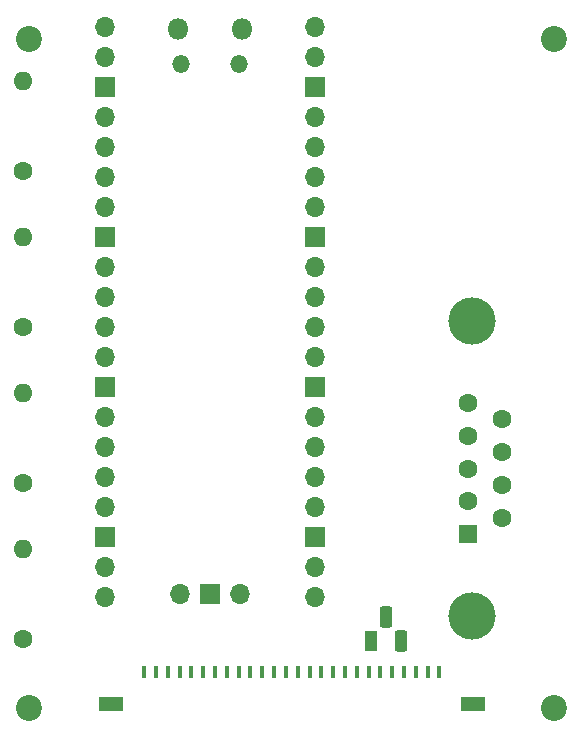
<source format=gbr>
%TF.GenerationSoftware,KiCad,Pcbnew,(6.0.10)*%
%TF.CreationDate,2023-01-29T19:44:21-08:00*%
%TF.ProjectId,DecentXE-to-USB,44656365-6e74-4584-952d-746f2d555342,rev?*%
%TF.SameCoordinates,Original*%
%TF.FileFunction,Soldermask,Bot*%
%TF.FilePolarity,Negative*%
%FSLAX46Y46*%
G04 Gerber Fmt 4.6, Leading zero omitted, Abs format (unit mm)*
G04 Created by KiCad (PCBNEW (6.0.10)) date 2023-01-29 19:44:21*
%MOMM*%
%LPD*%
G01*
G04 APERTURE LIST*
G04 Aperture macros list*
%AMRoundRect*
0 Rectangle with rounded corners*
0 $1 Rounding radius*
0 $2 $3 $4 $5 $6 $7 $8 $9 X,Y pos of 4 corners*
0 Add a 4 corners polygon primitive as box body*
4,1,4,$2,$3,$4,$5,$6,$7,$8,$9,$2,$3,0*
0 Add four circle primitives for the rounded corners*
1,1,$1+$1,$2,$3*
1,1,$1+$1,$4,$5*
1,1,$1+$1,$6,$7*
1,1,$1+$1,$8,$9*
0 Add four rect primitives between the rounded corners*
20,1,$1+$1,$2,$3,$4,$5,0*
20,1,$1+$1,$4,$5,$6,$7,0*
20,1,$1+$1,$6,$7,$8,$9,0*
20,1,$1+$1,$8,$9,$2,$3,0*%
G04 Aperture macros list end*
%ADD10C,2.200000*%
%ADD11C,1.600000*%
%ADD12O,1.600000X1.600000*%
%ADD13R,1.100000X1.800000*%
%ADD14RoundRect,0.275000X-0.275000X-0.625000X0.275000X-0.625000X0.275000X0.625000X-0.275000X0.625000X0*%
%ADD15O,1.700000X1.700000*%
%ADD16R,1.700000X1.700000*%
%ADD17O,1.500000X1.500000*%
%ADD18O,1.800000X1.800000*%
%ADD19C,4.000000*%
%ADD20R,1.600000X1.600000*%
%ADD21R,0.400000X1.000000*%
%ADD22R,2.000000X1.300000*%
G04 APERTURE END LIST*
D10*
%TO.C,REF\u002A\u002A*%
X15748000Y-75692000D03*
%TD*%
%TO.C,REF\u002A\u002A*%
X60198000Y-75692000D03*
%TD*%
%TO.C,REF\u002A\u002A*%
X15748000Y-19050000D03*
%TD*%
%TO.C,REF\u002A\u002A*%
X60198000Y-19050000D03*
%TD*%
D11*
%TO.C,R1*%
X15240000Y-30226000D03*
D12*
X15240000Y-22606000D03*
%TD*%
D11*
%TO.C,R4*%
X15240000Y-69850000D03*
D12*
X15240000Y-62230000D03*
%TD*%
D13*
%TO.C,Q1*%
X44704000Y-69996000D03*
D14*
X45974000Y-67926000D03*
X47244000Y-69996000D03*
%TD*%
D15*
%TO.C,U1*%
X33577000Y-66043000D03*
D16*
X31037000Y-66043000D03*
D15*
X28497000Y-66043000D03*
X39927000Y-18013000D03*
X39927000Y-20553000D03*
D16*
X39927000Y-23093000D03*
D15*
X39927000Y-25633000D03*
X39927000Y-28173000D03*
X39927000Y-30713000D03*
X39927000Y-33253000D03*
D16*
X39927000Y-35793000D03*
D15*
X39927000Y-38333000D03*
X39927000Y-40873000D03*
X39927000Y-43413000D03*
X39927000Y-45953000D03*
D16*
X39927000Y-48493000D03*
D15*
X39927000Y-51033000D03*
X39927000Y-53573000D03*
X39927000Y-56113000D03*
X39927000Y-58653000D03*
D16*
X39927000Y-61193000D03*
D15*
X39927000Y-63733000D03*
X39927000Y-66273000D03*
X22147000Y-66273000D03*
X22147000Y-63733000D03*
D16*
X22147000Y-61193000D03*
D15*
X22147000Y-58653000D03*
X22147000Y-56113000D03*
X22147000Y-53573000D03*
X22147000Y-51033000D03*
D16*
X22147000Y-48493000D03*
D15*
X22147000Y-45953000D03*
X22147000Y-43413000D03*
X22147000Y-40873000D03*
X22147000Y-38333000D03*
D16*
X22147000Y-35793000D03*
D15*
X22147000Y-33253000D03*
X22147000Y-30713000D03*
X22147000Y-28173000D03*
X22147000Y-25633000D03*
D16*
X22147000Y-23093000D03*
D15*
X22147000Y-20553000D03*
X22147000Y-18013000D03*
D17*
X33462000Y-21173000D03*
D18*
X33762000Y-18143000D03*
D17*
X28612000Y-21173000D03*
D18*
X28312000Y-18143000D03*
%TD*%
D11*
%TO.C,R2*%
X15240000Y-43434000D03*
D12*
X15240000Y-35814000D03*
%TD*%
D19*
%TO.C,J2*%
X53214669Y-42882000D03*
X53214669Y-67882000D03*
D20*
X52914669Y-60922000D03*
D11*
X52914669Y-58152000D03*
X52914669Y-55382000D03*
X52914669Y-52612000D03*
X52914669Y-49842000D03*
X55754669Y-59537000D03*
X55754669Y-56767000D03*
X55754669Y-53997000D03*
X55754669Y-51227000D03*
%TD*%
%TO.C,R3*%
X15240000Y-56642000D03*
D12*
X15240000Y-49022000D03*
%TD*%
D21*
%TO.C,J1*%
X50473000Y-72630000D03*
X49473000Y-72630000D03*
X48473000Y-72630000D03*
X47473000Y-72630000D03*
X46473000Y-72630000D03*
X45473000Y-72630000D03*
X44473000Y-72630000D03*
X43473000Y-72630000D03*
X42473000Y-72630000D03*
X41473000Y-72630000D03*
X40473000Y-72630000D03*
X39473000Y-72630000D03*
X38473000Y-72630000D03*
X37473000Y-72630000D03*
X36473000Y-72630000D03*
X35473000Y-72630000D03*
X34473000Y-72630000D03*
X33473000Y-72630000D03*
X32473000Y-72630000D03*
X31473000Y-72630000D03*
X30473000Y-72630000D03*
X29473000Y-72630000D03*
X28473000Y-72630000D03*
X27473000Y-72630000D03*
X26473000Y-72630000D03*
X25473000Y-72630000D03*
D22*
X22673000Y-75330000D03*
X53273000Y-75330000D03*
%TD*%
M02*

</source>
